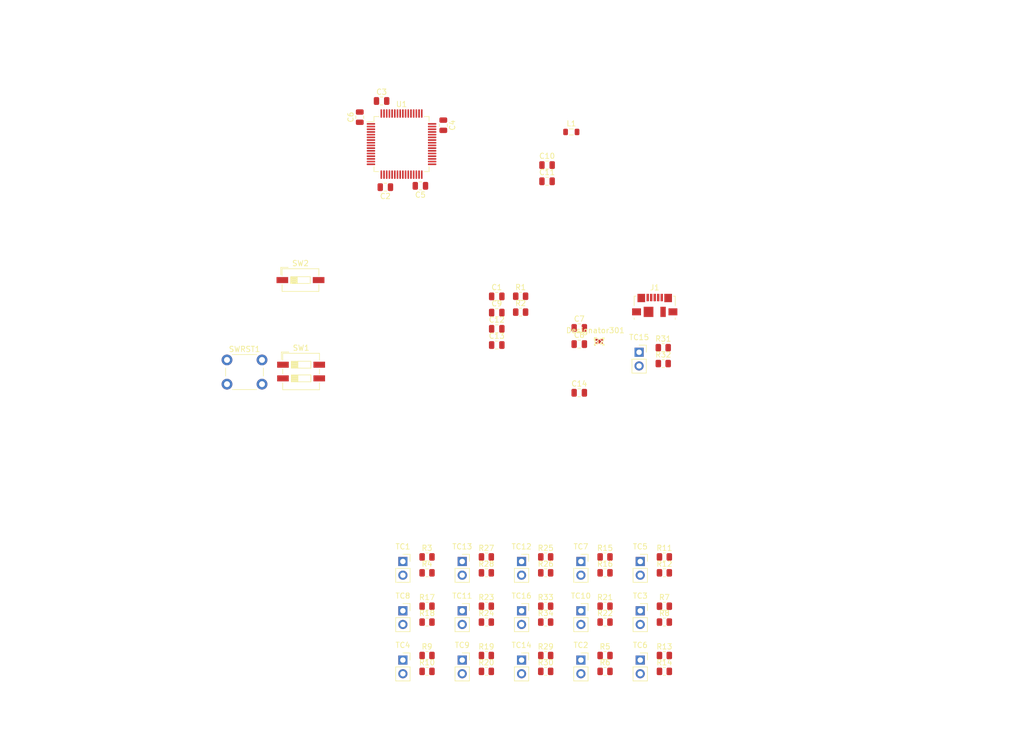
<source format=kicad_pcb>
(kicad_pcb (version 20221018) (generator pcbnew)
  (layers (0 "F.Cu" signal) (1 "In1.Cu" power "F.VSS") (2 "In2.Cu" power "B.VSS") (31 "B.Cu" signal) (34 "B.Paste" user) (35 "F.Paste" user) (36 "B.SilkS" user "B.Silkscreen") (37 "F.SilkS" user "F.Silkscreen") (38 "B.Mask" user) (39 "F.Mask" user) (44 "Edge.Cuts" user))
  (net 0 "")
  (net 1 "Net-(U1-VCAP1)")
  (net 2 "VSS")
  (net 3 "VDD")
  (net 4 "VBUS")
  (net 5 "Net-(U1-NRST)")
  (net 6 "VDDA")
  (net 7 "Net-(U1-PH0)")
  (net 8 "Net-(U1-PH1)")
  (net 9 "Net-(U2-EN)")
  (net 10 "/MCU/USB_D-")
  (net 11 "/MCU/USB_D+")
  (net 12 "/MCU/USB_ID")
  (net 14 "Net-(R1-Pad1)")
  (net 15 "BOOT0")
  (net 16 "Net-(R2-Pad1)")
  (net 17 "BOOT1")
  (net 18 "/MCU/ADC_IN0")
  (net 19 "VSSA")
  (net 20 "Net-(TC1-+)")
  (net 21 "/MCU/ADC_IN1")
  (net 22 "Net-(TC2-+)")
  (net 23 "/MCU/ADC_IN2")
  (net 24 "Net-(TC3-+)")
  (net 25 "/MCU/ADC_IN3")
  (net 26 "Net-(TC4-+)")
  (net 27 "/MCU/ADC_IN4")
  (net 28 "Net-(TC5-+)")
  (net 29 "/MCU/ADC_IN5")
  (net 30 "Net-(TC6-+)")
  (net 31 "/MCU/ADC_IN6")
  (net 32 "Net-(TC7-+)")
  (net 33 "/MCU/ADC_IN7")
  (net 34 "Net-(TC8-+)")
  (net 35 "/MCU/ADC_IN8")
  (net 36 "Net-(TC9-+)")
  (net 37 "/MCU/ADC_IN9")
  (net 38 "Net-(TC10-+)")
  (net 39 "/MCU/ADC_IN10")
  (net 40 "Net-(TC11-+)")
  (net 41 "/MCU/ADC_IN11")
  (net 42 "Net-(TC12-+)")
  (net 43 "/MCU/ADC_IN12")
  (net 44 "Net-(TC13-+)")
  (net 45 "/MCU/ADC_IN13")
  (net 46 "Net-(TC14-+)")
  (net 47 "/MCU/ADC_IN14")
  (net 48 "Net-(TC15-+)")
  (net 49 "/MCU/ADC_IN15")
  (net 50 "Net-(TC16-+)")
  (footprint "Connector_PinSocket_2.54mm:PinSocket_1x02_P2.54mm_Vertical" (layer "F.Cu") (at 131.77 147.55)
    (fp_text reference "TC14" (at 0 -2.77) (layer "F.SilkS"))
    (fp_text value "0-60V")
    (pad "1" thru_hole rect (at 0 0) (size 1.7 1.7) (drill 1) (layers "*.Cu" "*.Mask") (net 46 "Net-(TC14-+)"))
    (pad "2" thru_hole oval (at 0 2.54) (size 1.7 1.7) (drill 1) (layers "*.Cu" "*.Mask") (net 19 "VSSA"))
  )
  (footprint "Resistor_SMD:R_0805_2012Metric" (layer "F.Cu") (at 125.24 140.5)
    (fp_text reference "R24" (at 0 -1.65) (layer "F.SilkS"))
    (fp_text value "10kR")
    (pad "1" smd roundrect (at -0.9125 0) (size 1.025 1.4) (layers "F.Cu" "F.Paste" "F.Mask") (roundrect_rratio 0.243902) (net 40 "Net-(TC11-+)"))
    (pad "2" smd roundrect (at 0.9125 0) (size 1.025 1.4) (layers "F.Cu" "F.Paste" "F.Mask") (roundrect_rratio 0.243902) (net 39 "/MCU/ADC_IN10"))
  )
  (footprint "Resistor_SMD:R_0805_2012Metric" (layer "F.Cu") (at 125.24 137.55)
    (fp_text reference "R23" (at 0 -1.65) (layer "F.SilkS"))
    (fp_text value "10kR")
    (pad "1" smd roundrect (at -0.9125 0) (size 1.025 1.4) (layers "F.Cu" "F.Paste" "F.Mask") (roundrect_rratio 0.243902) (net 39 "/MCU/ADC_IN10"))
    (pad "2" smd roundrect (at 0.9125 0) (size 1.025 1.4) (layers "F.Cu" "F.Paste" "F.Mask") (roundrect_rratio 0.243902) (net 19 "VSSA"))
  )
  (footprint "Capacitor_SMD:C_0805_2012Metric" (layer "F.Cu") (at 142.4775 97.92)
    (fp_text reference "C14" (at 0 -1.68) (layer "F.SilkS"))
    (fp_text value "0u1F")
    (pad "1" smd roundrect (at -0.95 0) (size 1 1.45) (layers "F.Cu" "F.Paste" "F.Mask") (net 9 "Net-(U2-EN)"))
    (pad "2" smd roundrect (at 0.95 0) (size 1 1.45) (layers "F.Cu" "F.Paste" "F.Mask") (net 2 "VSS"))
  )
  (footprint "Connector_PinSocket_2.54mm:PinSocket_1x02_P2.54mm_Vertical" (layer "F.Cu") (at 153.79 147.55)
    (fp_text reference "TC6" (at 0 -2.77) (layer "F.SilkS"))
    (fp_text value "0-60V")
    (pad "1" thru_hole rect (at 0 0) (size 1.7 1.7) (drill 1) (layers "*.Cu" "*.Mask") (net 30 "Net-(TC6-+)"))
    (pad "2" thru_hole oval (at 0 2.54) (size 1.7 1.7) (drill 1) (layers "*.Cu" "*.Mask") (net 19 "VSSA"))
  )
  (footprint "Resistor_SMD:R_0805_2012Metric" (layer "F.Cu") (at 114.23 128.4)
    (fp_text reference "R3" (at 0 -1.65) (layer "F.SilkS"))
    (fp_text value "10kR")
    (pad "1" smd roundrect (at -0.9125 0) (size 1.025 1.4) (layers "F.Cu" "F.Paste" "F.Mask") (roundrect_rratio 0.243902) (net 18 "/MCU/ADC_IN0"))
    (pad "2" smd roundrect (at 0.9125 0) (size 1.025 1.4) (layers "F.Cu" "F.Paste" "F.Mask") (roundrect_rratio 0.243902) (net 19 "VSSA"))
  )
  (footprint "Capacitor_SMD:C_0805_2012Metric" (layer "F.Cu") (at 127.1675 86.05)
    (fp_text reference "C12" (at 0 -1.68) (layer "F.SilkS"))
    (fp_text value "CL1")
    (pad "1" smd roundrect (at -0.95 0) (size 1 1.45) (layers "F.Cu" "F.Paste" "F.Mask") (net 7 "Net-(U1-PH0)"))
    (pad "2" smd roundrect (at 0.95 0) (size 1 1.45) (layers "F.Cu" "F.Paste" "F.Mask") (net 2 "VSS"))
  )
  (footprint "Resistor_SMD:R_0805_2012Metric" (layer "F.Cu") (at 158.27 137.55)
    (fp_text reference "R7" (at 0 -1.65) (layer "F.SilkS"))
    (fp_text value "10kR")
    (pad "1" smd roundrect (at -0.9125 0) (size 1.025 1.4) (layers "F.Cu" "F.Paste" "F.Mask") (roundrect_rratio 0.243902) (net 23 "/MCU/ADC_IN2"))
    (pad "2" smd roundrect (at 0.9125 0) (size 1.025 1.4) (layers "F.Cu" "F.Paste" "F.Mask") (roundrect_rratio 0.243902) (net 19 "VSSA"))
  )
  (footprint "Button_Switch_SMD:SW_DIP_SPSTx02_Slide_6.7x6.64mm_W6.73mm_P2.54mm_LowProfile_JPin" (layer "F.Cu") (at 90.865 93.98)
    (fp_text reference "SW1" (at 0 -4.38) (layer "F.SilkS"))
    (fp_text value "SW_DIP_x02")
    (pad "1" smd rect (at -3.365 -1.27) (size 2.16 1.12) (layers "F.Cu" "F.Paste" "F.Mask") (net 3 "VDD"))
    (pad "2" smd rect (at -3.365 1.27) (size 2.16 1.12) (layers "F.Cu" "F.Paste" "F.Mask") (net 3 "VDD"))
    (pad "3" smd rect (at 3.365 1.27) (size 2.16 1.12) (layers "F.Cu" "F.Paste" "F.Mask") (net 16 "Net-(R2-Pad1)"))
    (pad "4" smd rect (at 3.365 -1.27) (size 2.16 1.12) (layers "F.Cu" "F.Paste" "F.Mask") (net 14 "Net-(R1-Pad1)"))
  )
  (footprint "Connector_USB:USB_Micro-B_Molex_47346-0001" (layer "F.Cu") (at 156.4775 81.7)
    (fp_text reference "J1" (at 0 -3.3 180) (layer "F.SilkS"))
    (fp_text value "USB_B_Micro")
    (pad "1" smd rect (at -1.3 -1.46) (size 0.45 1.38) (layers "F.Cu" "F.Paste" "F.Mask") (net 4 "VBUS"))
    (pad "2" smd rect (at -0.65 -1.46) (size 0.45 1.38) (layers "F.Cu" "F.Paste" "F.Mask") (net 10 "/MCU/USB_D-"))
    (pad "3" smd rect (at 0 -1.46) (size 0.45 1.38) (layers "F.Cu" "F.Paste" "F.Mask") (net 11 "/MCU/USB_D+"))
    (pad "4" smd rect (at 0.65 -1.46) (size 0.45 1.38) (layers "F.Cu" "F.Paste" "F.Mask") (net 12 "/MCU/USB_ID"))
    (pad "5" smd rect (at 1.3 -1.46) (size 0.45 1.38) (layers "F.Cu" "F.Paste" "F.Mask") (net 2 "VSS"))
    (pad "6" smd rect (at -3.375 1.2) (size 1.65 1.3) (layers "F.Cu" "F.Paste" "F.Mask"))
    (pad "6" smd rect (at -2.4875 -1.375) (size 1.425 1.55) (layers "F.Cu" "F.Paste" "F.Mask"))
    (pad "6" smd rect (at -1.15 1.2) (size 1.8 1.9) (layers "F.Cu" "F.Paste" "F.Mask"))
    (pad "6" smd rect (at 1.55 1.2) (size 1 1.9) (layers "F.Cu" "F.Paste" "F.Mask"))
    (pad "6" smd rect (at 2.4875 -1.375) (size 1.425 1.55) (layers "F.Cu" "F.Paste" "F.Mask"))
    (pad "6" smd rect (at 3.375 1.2) (size 1.65 1.3) (layers "F.Cu" "F.Paste" "F.Mask"))
  )
  (footprint "Resistor_SMD:R_0805_2012Metric" (layer "F.Cu") (at 158.0575 89.55)
    (fp_text reference "R31" (at 0 -1.65) (layer "F.SilkS"))
    (fp_text value "10kR")
    (pad "1" smd roundrect (at -0.9125 0) (size 1.025 1.4) (layers "F.Cu" "F.Paste" "F.Mask") (roundrect_rratio 0.243902) (net 47 "/MCU/ADC_IN14"))
    (pad "2" smd roundrect (at 0.9125 0) (size 1.025 1.4) (layers "F.Cu" "F.Paste" "F.Mask") (roundrect_rratio 0.243902) (net 19 "VSSA"))
  )
  (footprint "Capacitor_SMD:C_0805_2012Metric" (layer "F.Cu") (at 136.5 55.65)
    (fp_text reference "C10" (at 0 -1.68) (layer "F.SilkS"))
    (fp_text value "1uF")
    (pad "1" smd roundrect (at -0.95 0) (size 1 1.45) (layers "F.Cu" "F.Paste" "F.Mask") (net 6 "VDDA"))
    (pad "2" smd roundrect (at 0.95 0) (size 1 1.45) (layers "F.Cu" "F.Paste" "F.Mask") (net 2 "VSS"))
  )
  (footprint "Resistor_SMD:R_0805_2012Metric" (layer "F.Cu") (at 136.25 137.55)
    (fp_text reference "R33" (at 0 -1.65) (layer "F.SilkS"))
    (fp_text value "10kR")
    (pad "1" smd roundrect (at -0.9125 0) (size 1.025 1.4) (layers "F.Cu" "F.Paste" "F.Mask") (roundrect_rratio 0.243902) (net 49 "/MCU/ADC_IN15"))
    (pad "2" smd roundrect (at 0.9125 0) (size 1.025 1.4) (layers "F.Cu" "F.Paste" "F.Mask") (roundrect_rratio 0.243902) (net 19 "VSSA"))
  )
  (footprint "Resistor_SMD:R_0805_2012Metric" (layer "F.Cu") (at 136.25 146.7)
    (fp_text reference "R29" (at 0 -1.65) (layer "F.SilkS"))
    (fp_text value "10kR")
    (pad "1" smd roundrect (at -0.9125 0) (size 1.025 1.4) (layers "F.Cu" "F.Paste" "F.Mask") (roundrect_rratio 0.243902) (net 45 "/MCU/ADC_IN13"))
    (pad "2" smd roundrect (at 0.9125 0) (size 1.025 1.4) (layers "F.Cu" "F.Paste" "F.Mask") (roundrect_rratio 0.243902) (net 19 "VSSA"))
  )
  (footprint "Connector_PinSocket_2.54mm:PinSocket_1x02_P2.54mm_Vertical" (layer "F.Cu") (at 153.5775 90.4)
    (fp_text reference "TC15" (at 0 -2.77) (layer "F.SilkS"))
    (fp_text value "0-60V")
    (pad "1" thru_hole rect (at 0 0) (size 1.7 1.7) (drill 1) (layers "*.Cu" "*.Mask") (net 48 "Net-(TC15-+)"))
    (pad "2" thru_hole oval (at 0 2.54) (size 1.7 1.7) (drill 1) (layers "*.Cu" "*.Mask") (net 19 "VSSA"))
  )
  (footprint "Resistor_SMD:R_0805_2012Metric" (layer "F.Cu") (at 147.26 149.65)
    (fp_text reference "R6" (at 0 -1.65) (layer "F.SilkS"))
    (fp_text value "10kR")
    (pad "1" smd roundrect (at -0.9125 0) (size 1.025 1.4) (layers "F.Cu" "F.Paste" "F.Mask") (roundrect_rratio 0.243902) (net 22 "Net-(TC2-+)"))
    (pad "2" smd roundrect (at 0.9125 0) (size 1.025 1.4) (layers "F.Cu" "F.Paste" "F.Mask") (roundrect_rratio 0.243902) (net 21 "/MCU/ADC_IN1"))
  )
  (footprint "Resistor_SMD:R_0805_2012Metric" (layer "F.Cu") (at 114.23 137.55)
    (fp_text reference "R17" (at 0 -1.65) (layer "F.SilkS"))
    (fp_text value "10kR")
    (pad "1" smd roundrect (at -0.9125 0) (size 1.025 1.4) (layers "F.Cu" "F.Paste" "F.Mask") (roundrect_rratio 0.243902) (net 33 "/MCU/ADC_IN7"))
    (pad "2" smd roundrect (at 0.9125 0) (size 1.025 1.4) (layers "F.Cu" "F.Paste" "F.Mask") (roundrect_rratio 0.243902) (net 19 "VSSA"))
  )
  (footprint "Resistor_SMD:R_0805_2012Metric" (layer "F.Cu") (at 147.26 137.55)
    (fp_text reference "R21" (at 0 -1.65) (layer "F.SilkS"))
    (fp_text value "10kR")
    (pad "1" smd roundrect (at -0.9125 0) (size 1.025 1.4) (layers "F.Cu" "F.Paste" "F.Mask") (roundrect_rratio 0.243902) (net 37 "/MCU/ADC_IN9"))
    (pad "2" smd roundrect (at 0.9125 0) (size 1.025 1.4) (layers "F.Cu" "F.Paste" "F.Mask") (roundrect_rratio 0.243902) (net 19 "VSSA"))
  )
  (footprint "Capacitor_SMD:C_0805_2012Metric" (layer "F.Cu") (at 106.5 59.75 180)
    (fp_text reference "C2" (at 0 -1.68) (layer "F.SilkS"))
    (fp_text value "4u7F")
    (pad "1" smd roundrect (at -0.95 0 180) (size 1 1.45) (layers "F.Cu" "F.Paste" "F.Mask") (net 3 "VDD"))
    (pad "2" smd roundrect (at 0.95 0 180) (size 1 1.45) (layers "F.Cu" "F.Paste" "F.Mask") (net 2 "VSS"))
  )
  (footprint "Resistor_SMD:R_0805_2012Metric" (layer "F.Cu") (at 131.5975 80)
    (fp_text reference "R1" (at 0 -1.65) (layer "F.SilkS"))
    (fp_text value "10kR")
    (pad "1" smd roundrect (at -0.9125 0) (size 1.025 1.4) (layers "F.Cu" "F.Paste" "F.Mask") (roundrect_rratio 0.243902) (net 14 "Net-(R1-Pad1)"))
    (pad "2" smd roundrect (at 0.9125 0) (size 1.025 1.4) (layers "F.Cu" "F.Paste" "F.Mask") (roundrect_rratio 0.243902) (net 15 "BOOT0"))
  )
  (footprint "Connector_PinSocket_2.54mm:PinSocket_1x02_P2.54mm_Vertical" (layer "F.Cu") (at 120.76 129.25)
    (fp_text reference "TC13" (at 0 -2.77) (layer "F.SilkS"))
    (fp_text value "0-60V")
    (pad "1" thru_hole rect (at 0 0) (size 1.7 1.7) (drill 1) (layers "*.Cu" "*.Mask") (net 44 "Net-(TC13-+)"))
    (pad "2" thru_hole oval (at 0 2.54) (size 1.7 1.7) (drill 1) (layers "*.Cu" "*.Mask") (net 19 "VSSA"))
  )
  (footprint "Resistor_SMD:R_0805_2012Metric" (layer "F.Cu") (at 158.27 146.7)
    (fp_text reference "R13" (at 0 -1.65) (layer "F.SilkS"))
    (fp_text value "10kR")
    (pad "1" smd roundrect (at -0.9125 0) (size 1.025 1.4) (layers "F.Cu" "F.Paste" "F.Mask") (roundrect_rratio 0.243902) (net 29 "/MCU/ADC_IN5"))
    (pad "2" smd roundrect (at 0.9125 0) (size 1.025 1.4) (layers "F.Cu" "F.Paste" "F.Mask") (roundrect_rratio 0.243902) (net 19 "VSSA"))
  )
  (footprint "Resistor_SMD:R_0805_2012Metric" (layer "F.Cu") (at 131.5975 82.95)
    (fp_text reference "R2" (at 0 -1.65) (layer "F.SilkS"))
    (fp_text value "10kR")
    (pad "1" smd roundrect (at -0.9125 0) (size 1.025 1.4) (layers "F.Cu" "F.Paste" "F.Mask") (roundrect_rratio 0.243902) (net 16 "Net-(R2-Pad1)"))
    (pad "2" smd roundrect (at 0.9125 0) (size 1.025 1.4) (layers "F.Cu" "F.Paste" "F.Mask") (roundrect_rratio 0.243902) (net 17 "BOOT1"))
  )
  (footprint "Connector_PinSocket_2.54mm:PinSocket_1x02_P2.54mm_Vertical" (layer "F.Cu") (at 142.78 129.25)
    (fp_text reference "TC7" (at 0 -2.77) (layer "F.SilkS"))
    (fp_text value "0-60V")
    (pad "1" thru_hole rect (at 0 0) (size 1.7 1.7) (drill 1) (layers "*.Cu" "*.Mask") (net 32 "Net-(TC7-+)"))
    (pad "2" thru_hole oval (at 0 2.54) (size 1.7 1.7) (drill 1) (layers "*.Cu" "*.Mask") (net 19 "VSSA"))
  )
  (footprint "Resistor_SMD:R_0805_2012Metric" (layer "F.Cu") (at 114.23 131.35)
    (fp_text reference "R4" (at 0 -1.65) (layer "F.SilkS"))
    (fp_text value "10kR")
    (pad "1" smd roundrect (at -0.9125 0) (size 1.025 1.4) (layers "F.Cu" "F.Paste" "F.Mask") (roundrect_rratio 0.243902) (net 20 "Net-(TC1-+)"))
    (pad "2" smd roundrect (at 0.9125 0) (size 1.025 1.4) (layers "F.Cu" "F.Paste" "F.Mask") (roundrect_rratio 0.243902) (net 18 "/MCU/ADC_IN0"))
  )
  (footprint "Connector_PinSocket_2.54mm:PinSocket_1x02_P2.54mm_Vertical" (layer "F.Cu") (at 153.79 129.25)
    (fp_text reference "TC5" (at 0 -2.77) (layer "F.SilkS"))
    (fp_text value "0-60V")
    (pad "1" thru_hole rect (at 0 0) (size 1.7 1.7) (drill 1) (layers "*.Cu" "*.Mask") (net 28 "Net-(TC5-+)"))
    (pad "2" thru_hole oval (at 0 2.54) (size 1.7 1.7) (drill 1) (layers "*.Cu" "*.Mask") (net 19 "VSSA"))
  )
  (footprint "Connector_PinSocket_2.54mm:PinSocket_1x02_P2.54mm_Vertical" (layer "F.Cu") (at 109.75 138.4)
    (fp_text reference "TC8" (at 0 -2.77) (layer "F.SilkS"))
    (fp_text value "0-60V")
    (pad "1" thru_hole rect (at 0 0) (size 1.7 1.7) (drill 1) (layers "*.Cu" "*.Mask") (net 34 "Net-(TC8-+)"))
    (pad "2" thru_hole oval (at 0 2.54) (size 1.7 1.7) (drill 1) (layers "*.Cu" "*.Mask") (net 19 "VSSA"))
  )
  (footprint "Resistor_SMD:R_0805_2012Metric" (layer "F.Cu") (at 158.27 128.4)
    (fp_text reference "R11" (at 0 -1.65) (layer "F.SilkS"))
    (fp_text value "10kR")
    (pad "1" smd roundrect (at -0.9125 0) (size 1.025 1.4) (layers "F.Cu" "F.Paste" "F.Mask") (roundrect_rratio 0.243902) (net 27 "/MCU/ADC_IN4"))
    (pad "2" smd roundrect (at 0.9125 0) (size 1.025 1.4) (layers "F.Cu" "F.Paste" "F.Mask") (roundrect_rratio 0.243902) (net 19 "VSSA"))
  )
  (footprint "Resistor_SMD:R_0805_2012Metric" (layer "F.Cu") (at 136.25 131.35)
    (fp_text reference "R26" (at 0 -1.65) (layer "F.SilkS"))
    (fp_text value "10kR")
    (pad "1" smd roundrect (at -0.9125 0) (size 1.025 1.4) (layers "F.Cu" "F.Paste" "F.Mask") (roundrect_rratio 0.243902) (net 42 "Net-(TC12-+)"))
    (pad "2" smd roundrect (at 0.9125 0) (size 1.025 1.4) (layers "F.Cu" "F.Paste" "F.Mask") (roundrect_rratio 0.243902) (net 41 "/MCU/ADC_IN11"))
  )
  (footprint "Resistor_SMD:R_0805_2012Metric" (layer "F.Cu") (at 125.24 128.4)
    (fp_text reference "R27" (at 0 -1.65) (layer "F.SilkS"))
    (fp_text value "10kR")
    (pad "1" smd roundrect (at -0.9125 0) (size 1.025 1.4) (layers "F.Cu" "F.Paste" "F.Mask") (roundrect_rratio 0.243902) (net 43 "/MCU/ADC_IN12"))
    (pad "2" smd roundrect (at 0.9125 0) (size 1.025 1.4) (layers "F.Cu" "F.Paste" "F.Mask") (roundrect_rratio 0.243902) (net 19 "VSSA"))
  )
  (footprint "Resistor_SMD:R_0805_2012Metric" (layer "F.Cu") (at 136.25 128.4)
    (fp_text reference "R25" (at 0 -1.65) (layer "F.SilkS"))
    (fp_text value "10kR")
    (pad "1" smd roundrect (at -0.9125 0) (size 1.025 1.4) (layers "F.Cu" "F.Paste" "F.Mask") (roundrect_rratio 0.243902) (net 41 "/MCU/ADC_IN11"))
    (pad "2" smd roundrect (at 0.9125 0) (size 1.025 1.4) (layers "F.Cu" "F.Paste" "F.Mask") (roundrect_rratio 0.243902) (net 19 "VSSA"))
  )
  (footprint "Capacitor_SMD:C_0805_2012Metric" (layer "F.Cu") (at 142.4775 85.88)
    (fp_text reference "C7" (at 0 -1.68) (layer "F.SilkS"))
    (fp_text value "1uF")
    (pad "1" smd roundrect (at -0.95 0) (size 1 1.45) (layers "F.Cu" "F.Paste" "F.Mask") (net 3 "VDD"))
    (pad "2" smd roundrect (at 0.95 0) (size 1 1.45) (layers "F.Cu" "F.Paste" "F.Mask") (net 2 "VSS"))
  )
  (footprint "Capacitor_SMD:C_0805_2012Metric" (layer "F.Cu") (at 142.4775 88.89)
    (fp_text reference "C8" (at 0 -1.68) (layer "F.SilkS"))
    (fp_text value "1uF")
    (pad "1" smd roundrect (at -0.95 0) (size 1 1.45) (layers "F.Cu" "F.Paste" "F.Mask") (net 2 "VSS"))
    (pad "2" smd roundrect (at 0.95 0) (size 1 1.45) (layers "F.Cu" "F.Paste" "F.Mask") (net 4 "VBUS"))
  )
  (footprint "Resistor_SMD:R_0805_2012Metric" (layer "F.Cu") (at 136.25 140.5)
    (fp_text reference "R34" (at 0 -1.65) (layer "F.SilkS"))
    (fp_text value "10kR")
    (pad "1" smd roundrect (at -0.9125 0) (size 1.025 1.4) (layers "F.Cu" "F.Paste" "F.Mask") (roundrect_rratio 0.243902) (net 50 "Net-(TC16-+)"))
    (pad "2" smd roundrect (at 0.9125 0) (size 1.025 1.4) (layers "F.Cu" "F.Paste" "F.Mask") (roundrect_rratio 0.243902) (net 49 "/MCU/ADC_IN15"))
  )
  (footprint "Connector_PinSocket_2.54mm:PinSocket_1x02_P2.54mm_Vertical" (layer "F.Cu") (at 142.78 147.55)
    (fp_text reference "TC2" (at 0 -2.77) (layer "F.SilkS"))
    (fp_text value "0-60V")
    (pad "1" thru_hole rect (at 0 0) (size 1.7 1.7) (drill 1) (layers "*.Cu" "*.Mask") (net 22 "Net-(TC2-+)"))
    (pad "2" thru_hole oval (at 0 2.54) (size 1.7 1.7) (drill 1) (layers "*.Cu" "*.Mask") (net 19 "VSSA"))
  )
  (footprint "Button_Switch_SMD:SW_DIP_SPSTx01_Slide_6.7x4.1mm_W6.73mm_P2.54mm_LowProfile_JPin" (layer "F.Cu") (at 90.75 77)
    (fp_text reference "SW2" (at 0 -3.11) (layer "F.SilkS"))
    (fp_text value "SW_DIP_x01")
    (pad "1" smd rect (at -3.365 0) (size 2.16 1.12) (layers "F.Cu" "F.Paste" "F.Mask") (net 4 "VBUS"))
    (pad "2" smd rect (at 3.365 0) (size 2.16 1.12) (layers "F.Cu" "F.Paste" "F.Mask") (net 9 "Net-(U2-EN)"))
  )
  (footprint "Connector_PinSocket_2.54mm:PinSocket_1x02_P2.54mm_Vertical" (layer "F.Cu") (at 109.75 129.25)
    (fp_text reference "TC1" (at 0 -2.77) (layer "F.SilkS"))
    (fp_text value "0-60V")
    (pad "1" thru_hole rect (at 0 0) (size 1.7 1.7) (drill 1) (layers "*.Cu" "*.Mask") (net 20 "Net-(TC1-+)"))
    (pad "2" thru_hole oval (at 0 2.54) (size 1.7 1.7) (drill 1) (layers "*.Cu" "*.Mask") (net 19 "VSSA"))
  )
  (footprint "Resistor_SMD:R_0805_2012Metric" (layer "F.Cu") (at 158.27 140.5)
    (fp_text reference "R8" (at 0 -1.65) (layer "F.SilkS"))
    (fp_text value "10kR")
    (pad "1" smd roundrect (at -0.9125 0) (size 1.025 1.4) (layers "F.Cu" "F.Paste" "F.Mask") (roundrect_rratio 0.243902) (net 24 "Net-(TC3-+)"))
    (pad "2" smd roundrect (at 0.9125 0) (size 1.025 1.4) (layers "F.Cu" "F.Paste" "F.Mask") (roundrect_rratio 0.243902) (net 23 "/MCU/ADC_IN2"))
  )
  (footprint "local:DQN0004A" (layer "F.Cu") (at 146.171081 88.410099)
    (fp_text reference "U2" (at 0 0 unlocked) (layer "F.SilkS"))
    (fp_text value "TLV75533PDQNR")
    (fp_text user "Designator301" (at -0.7112 -2.0574 unlocked) (layer "F.SilkS"))
    (fp_poly (pts (xy -0.659999 -0.480002) (xy -0.2 -0.480002) (xy -0.2 -0.379285) (xy -0.409283 -0.170002) (xy -0.659999 -0.170002)) (fill solid) (layer "F.Cu"))
    (fp_poly (pts (xy -0.659999 0.480002) (xy -0.2 0.480002) (xy -0.2 0.379285) (xy -0.409283 0.170002) (xy -0.659999 0.170002)) (fill solid) (layer "F.Cu"))
    (fp_poly (pts (xy 0.659999 -0.480002) (xy 0.2 -0.480002) (xy 0.2 -0.379285) (xy 0.409283 -0.170002) (xy 0.659999 -0.170002)) (fill solid) (layer "F.Cu"))
    (fp_poly (pts (xy 0.659999 0.480002) (xy 0.2 0.480002) (xy 0.2 0.379285) (xy 0.409283 0.170002) (xy 0.659999 0.170002)) (fill solid) (layer "F.Cu"))
    (pad "1" smd rect (at -0.534998 -0.325001) (size 0.249999 0.309999) (layers "F.Cu") (net 3 "VDD"))
    (pad "2" smd rect (at -0.534998 0.325003) (size 0.249999 0.309999) (layers "F.Cu") (net 2 "VSS"))
    (pad "3" smd rect (at 0.534998 0.325003) (size 0.249999 0.309999) (layers "F.Cu") (net 9 "Net-(U2-EN)"))
    (pad "4" smd rect (at 0.534998 -0.325003) (size 0.249999 0.309999) (layers "F.Cu") (net 4 "VBUS"))
    (pad "5" smd rect (at 0 0 45) (size 0.579999 0.579999) (layers "F.Cu" "F.Paste" "F.Mask") (net 2 "VSS"))
  )
  (footprint "Resistor_SMD:R_0805_2012Metric" (layer "F.Cu") (at 158.27 149.65)
    (fp_text reference "R14" (at 0 -1.65) (layer "F.SilkS"))
    (fp_text value "10kR")
    (pad "1" smd roundrect (at -0.9125 0) (size 1.025 1.4) (layers "F.Cu" "F.Paste" "F.Mask") (roundrect_rratio 0.243902) (net 30 "Net-(TC6-+)"))
    (pad "2" smd roundrect (at 0.9125 0) (size 1.025 1.4) (layers "F.Cu" "F.Paste" "F.Mask") (roundrect_rratio 0.243902) (net 29 "/MCU/ADC_IN5"))
  )
  (footprint "Resistor_SMD:R_0805_2012Metric" (layer "F.Cu") (at 114.23 149.65)
    (fp_text reference "R10" (at 0 -1.65) (layer "F.SilkS"))
    (fp_text value "10kR")
    (pad "1" smd roundrect (at -0.9125 0) (size 1.025 1.4) (layers "F.Cu" "F.Paste" "F.Mask") (roundrect_rratio 0.243902) (net 26 "Net-(TC4-+)"))
    (pad "2" smd roundrect (at 0.9125 0) (size 1.025 1.4) (layers "F.Cu" "F.Paste" "F.Mask") (roundrect_rratio 0.243902) (net 25 "/MCU/ADC_IN3"))
  )
  (footprint "Resistor_SMD:R_0805_2012Metric" (layer "F.Cu") (at 147.26 146.7)
    (fp_text reference "R5" (at 0 -1.65) (layer "F.SilkS"))
    (fp_text value "10kR")
    (pad "1" smd roundrect (at -0.9125 0) (size 1.025 1.4) (layers "F.Cu" "F.Paste" "F.Mask") (roundrect_rratio 0.243902) (net 21 "/MCU/ADC_IN1"))
    (pad "2" smd roundrect (at 0.9125 0) (size 1.025 1.4) (layers "F.Cu" "F.Paste" "F.Mask") (roundrect_rratio 0.243902) (net 19 "VSSA"))
  )
  (footprint "Connector_PinSocket_2.54mm:PinSocket_1x02_P2.54mm_Vertical" (layer "F.Cu") (at 120.76 147.55)
    (fp_text reference "TC9" (at 0 -2.77) (layer "F.SilkS"))
    (fp_text value "0-60V")
    (pad "1" thru_hole rect (at 0 0) (size 1.7 1.7) (drill 1) (layers "*.Cu" "*.Mask") (net 36 "Net-(TC9-+)"))
    (pad "2" thru_hole oval (at 0 2.54) (size 1.7 1.7) (drill 1) (layers "*.Cu" "*.Mask") (net 19 "VSSA"))
  )
  (footprint "Capacitor_SMD:C_0805_2012Metric" (layer "F.Cu") (at 127.1675 80.03)
    (fp_text reference "C1" (at 0 -1.68) (layer "F.SilkS"))
    (fp_text value "2u2F")
    (pad "1" smd roundrect (at -0.95 0) (size 1 1.45) (layers "F.Cu" "F.Paste" "F.Mask") (net 1 "Net-(U1-VCAP1)"))
    (pad "2" smd roundrect (at 0.95 0) (size 1 1.45) (layers "F.Cu" "F.Paste" "F.Mask") (net 2 "VSS"))
  )
  (footprint "Connector_PinSocket_2.54mm:PinSocket_1x02_P2.54mm_Vertical" (layer "F.Cu") (at 131.77 129.25)
    (fp_text reference "TC12" (at 0 -2.77) (layer "F.SilkS"))
    (fp_text value "0-60V")
    (pad "1" thru_hole rect (at 0 0) (size 1.7 1.7) (drill 1) (layers "*.Cu" "*.Mask") (net 42 "Net-(TC12-+)"))
    (pad "2" thru_hole oval (at 0 2.54) (size 1.7 1.7) (drill 1) (layers "*.Cu" "*.Mask") (net 19 "VSSA"))
  )
  (footprint "Package_QFP:LQFP-64_10x10mm_P0.5mm" (layer "F.Cu") (at 109.5 51.75)
    (fp_text reference "U1" (at 0 -7.4) (layer "F.SilkS"))
    (fp_text value "STM32F401R_B-C_Tx")
    (pad "1" smd roundrect (at -5.675 -3.75) (size 1.55 0.3) (layers "F.Cu" "F.Paste" "F.Mask") (net 3 "VDD"))
    (pad "2" smd roundrect (at -5.675 -3.25) (size 1.55 0.3) (layers "F.Cu" "F.Paste" "F.Mask"))
    (pad "3" smd roundrect (at -5.675 -2.75) (size 1.55 0.3) (layers "F.Cu" "F.Paste" "F.Mask"))
    (pad "4" smd roundrect (at -5.675 -2.25) (size 1.55 0.3) (layers "F.Cu" "F.Paste" "F.Mask"))
    (pad "5" smd roundrect (at -5.675 -1.75) (size 1.55 0.3) (layers "F.Cu" "F.Paste" "F.Mask") (net 7 "Net-(U1-PH0)"))
    (pad "6" smd roundrect (at -5.675 -1.25) (size 1.55 0.3) (layers "F.Cu" "F.Paste" "F.Mask") (net 8 "Net-(U1-PH1)"))
    (pad "7" smd roundrect (at -5.675 -0.75) (size 1.55 0.3) (layers "F.Cu" "F.Paste" "F.Mask") (net 5 "Net-(U1-NRST)"))
    (pad "8" smd roundrect (at -5.675 -0.25) (size 1.55 0.3) (layers "F.Cu" "F.Paste" "F.Mask") (net 39 "/MCU/ADC_IN10"))
    (pad "9" smd roundrect (at -5.675 0.25) (size 1.55 0.3) (layers "F.Cu" "F.Paste" "F.Mask") (net 41 "/MCU/ADC_IN11"))
    (pad "10" smd roundrect (at -5.675 0.75) (size 1.55 0.3) (layers "F.Cu" "F.Paste" "F.Mask") (net 43 "/MCU/ADC_IN12"))
    (pad "11" smd roundrect (at -5.675 1.25) (size 1.55 0.3) (layers "F.Cu" "F.Paste" "F.Mask") (net 45 "/MCU/ADC_IN13"))
    (pad "12" smd roundrect (at -5.675 1.75) (size 1.55 0.3) (layers "F.Cu" "F.Paste" "F.Mask") (net 19 "VSSA"))
    (pad "13" smd roundrect (at -5.675 2.25) (size 1.55 0.3) (layers "F.Cu" "F.Paste" "F.Mask") (net 6 "VDDA"))
    (pad "14" smd roundrect (at -5.675 2.75) (size 1.55 0.3) (layers "F.Cu" "F.Paste" "F.Mask") (net 18 "/MCU/ADC_IN0"))
    (pad "15" smd roundrect (at -5.675 3.25) (size 1.55 0.3) (layers "F.Cu" "F.Paste" "F.Mask") (net 21 "/MCU/ADC_IN1"))
    (pad "16" smd roundrect (at -5.675 3.75) (size 1.55 0.3) (layers "F.Cu" "F.Paste" "F.Mask") (net 23 "/MCU/ADC_IN2"))
    (pad "17" smd roundrect (at -3.75 5.675) (size 0.3 1.55) (layers "F.Cu" "F.Paste" "F.Mask") (net 25 "/MCU/ADC_IN3"))
    (pad "18" smd roundrect (at -3.25 5.675) (size 0.3 1.55) (layers "F.Cu" "F.Paste" "F.Mask") (net 2 "VSS"))
    (pad "19" smd roundrect (at -2.75 5.675) (size 0.3 1.55) (layers "F.Cu" "F.Paste" "F.Mask") (net 3 "VDD"))
    (pad "20" smd roundrect (at -2.25 5.675) (size 0.3 1.55) (layers "F.Cu" "F.Paste" "F.Mask") (net 27 "/MCU/ADC_IN4"))
    (pad "21" smd roundrect (at -1.75 5.675) (size 0.3 1.55) (layers "F.Cu" "F.Paste" "F.Mask") (net 29 "/MCU/ADC_IN5"))
    (pad "22" smd roundrect (at -1.25 5.675) (size 0.3 1.55) (layers "F.Cu" "F.Paste" "F.Mask") (net 31 "/MCU/ADC_IN6"))
    (pad "23" smd roundrect (at -0.75 5.675) (size 0.3 1.55) (layers "F.Cu" "F.Paste" "F.Mask") (net 33 "/MCU/ADC_IN7"))
    (pad "24" smd roundrect (at -0.25 5.675) (size 0.3 1.55) (layers "F.Cu" "F.Paste" "F.Mask") (net 47 "/MCU/ADC_IN14"))
    (pad "25" smd roundrect (at 0.25 5.675) (size 0.3 1.55) (layers "F.Cu" "F.Paste" "F.Mask") (net 49 "/MCU/ADC_IN15"))
    (pad "26" smd roundrect (at 0.75 5.675) (size 0.3 1.55) (layers "F.Cu" "F.Paste" "F.Mask") (net 35 "/MCU/ADC_IN8"))
    (pad "27" smd roundrect (at 1.25 5.675) (size 0.3 1.55) (layers "F.Cu" "F.Paste" "F.Mask") (net 37 "/MCU/ADC_IN9"))
    (pad "28" smd roundrect (at 1.75 5.675) (size 0.3 1.55) (layers "F.Cu" "F.Paste" "F.Mask") (net 17 "BOOT1"))
    (pad "29" smd roundrect (at 2.25 5.675) (size 0.3 1.55) (layers "F.Cu" "F.Paste" "F.Mask"))
    (pad "30" smd roundrect (at 2.75 5.675) (size 0.3 1.55) (layers "F.Cu" "F.Paste" "F.Mask") (net 1 "Net-(U1-VCAP1)"))
    (pad "31" smd roundrect (at 3.25 5.675) (size 0.3 1.55) (layers "F.Cu" "F.Paste" "F.Mask") (net 2 "VSS"))
    (pad "32" smd roundrect (at 3.75 5.675) (size 0.3 1.55) (layers "F.Cu" "F.Paste" "F.Mask") (net 3 "VDD"))
    (pad "33" smd roundrect (at 5.675 3.75) (size 1.55 0.3) (layers "F.Cu" "F.Paste" "F.Mask"))
    (pad "34" smd roundrect (at 5.675 3.25) (size 1.55 0.3) (layers "F.Cu" "F.Paste" "F.Mask"))
    (pad "35" smd roundrect (at 5.675 2.75) (size 1.55 0.3) (layers "F.Cu" "F.Paste" "F.Mask"))
    (pad "36" smd roundrect (at 5.675 2.25) (size 1.55 0.3) (layers "F.Cu" "F.Paste" "F.Mask"))
    (pad "37" smd roundrect (at 5.675 1.75) (size 1.55 0.3) (layers "F.Cu" "F.Paste" "F.Mask"))
    (pad "38" smd roundrect (at 5.675 1.25) (size 1.55 0.3) (layers "F.Cu" "F.Paste" "F.Mask"))
    (pad "39" smd roundrect (at 5.675 0.75) (size 1.55 0.3) (layers "F.Cu" "F.Paste" "F.Mask"))
    (pad "40" smd roundrect (at 5.675 0.25) (size 1.55 0.3) (layers "F.Cu" "F.Paste" "F.Mask"))
    (pad "41" smd roundrect (at 5.675 -0.25) (size 1.55 0.3) (layers "F.Cu" "F.Paste" "F.Mask"))
    (pad "42" smd roundrect (at 5.675 -0.75) (size 1.55 0.3) (layers "F.Cu" "F.Paste" "F.Mask"))
    (pad "43" smd roundrect (at 5.675 -1.25) (size 1.55 0.3) (layers "F.Cu" "F.Paste" "F.Mask") (net 12 "/MCU/USB_ID"))
    (pad "44" smd roundrect (at 5.675 -1.75) (size 1.55 0.3) (layers "F.Cu" "F.Paste" "F.Mask") (net 10 "/MCU/USB_D-"))
    (pad "45" smd roundrect (at 5.675 -2.25) (size 1.55 0.3) (layers "F.Cu" "F.Paste" "F.Mask") (net 11 "/MCU/USB_D+"))
    (pad "46" smd roundrect (at 5.675 -2.75) (size 1.55 0.3) (layers "F.Cu" "F.Paste" "F.Mask"))
    (pad "47" smd roundrect (at 5.675 -3.25) (size 1.55 0.3) (layers "F.Cu" "F.Paste" "F.Mask") (net 2 "VSS"))
    (pad "48" smd roundrect (at 5.675 -3.75) (size 1.55 0.3) (layers "F.Cu" "F.Paste" "F.Mask") (net 3 "VDD"))
    (pad "49" smd roundrect (at 3.75 -5.675) (size 0.3 1.55) (layers "F.Cu" "F.Paste" "F.Mask"))
    (pad "50" smd roundrect (at 3.25 -5.675) (size 0.3 1.55) (layers "F.Cu" "F.Paste" "F.Mask"))
    (pad "51" smd roundrect (at 2.75 -5.675) (size 0.3 1.55) (layers "F.Cu" "F.Paste" "F.Mask"))
    (pad "52" smd roundrect (at 2.25 -5.675) (size 0.3 1.55) (layers "F.Cu" "F.Paste" "F.Mask"))
    (pad "53" smd roundrect (at 1.75 -5.675) (size 0.3 1.55) (layers "F.Cu" "F.Paste" "F.Mask"))
    (pad "54" smd roundrect (at 1.25 -5.675) (size 0.3 1.55) (layers "F.Cu" "F.Paste" "F.Mask"))
    (pad "55" smd roundrect (at 0.75 -5.675) (size 0.3 1.55) (layers "F.Cu" "F.Paste" "F.Mask"))
    (pad "56" smd roundrect (at 0.25 -5.675) (size 0.3 1.55) (layers "F.Cu" "F.Paste" "F.Mask"))
    (pad "57" smd roundrect (at -0.25 -5.675) (size 0.3 1.55) (layers "F.Cu" "F.Paste" "F.Mask"))
    (pad "58" smd roundrect (at -0.75 -5.675) (size 0.3 1.55) (layers "F.Cu" "F.Paste" "F.Mask"))
    (pad "59" smd roundrect (at -1.25 -5.675) (size 0.3 1.55) (layers "F.Cu" "F.Paste" "F.Mask"))
    (pad "60" smd roundrect (at -1.75 -5.675) (size 0.3 1.55) (layers "F.Cu" "F.Paste" "F.Mask") (net 15 "BOOT0"))
    (pad "61" smd roundrect (at -2.25 -5.675) (size 0.3 1.55) (layers "F.Cu" "F.Paste" "F.Mask"))
    (pad "62" smd roundrect (at -2.75 -5.675) (size 0.3 1.55) (layers "F.Cu" "F.Paste" "F.Mask"))
    (pad "63" smd roundrect (at -3.25 -5.675) (size 0.3 1.55) (layers "F.Cu" "F.Paste" "F.Mask") (net 2 "VSS"))
    (pad "64" smd roundrect (at -3.75 -5.675) (size 0.3 1.55) (layers "F.Cu" "F.Paste" "F.Mask") (net 3 "VDD"))
  )
  (footprint "Resistor_SMD:R_0805_2012Metric" (layer "F.Cu") (at 114.23 140.5)
    (fp_text reference "R18" (at 0 -1.65) (layer "F.SilkS"))
    (fp_text value "10kR")
    (pad "1" smd roundrect (at -0.9125 0) (size 1.025 1.4) (layers "F.Cu" "F.Paste" "F.Mask") (roundrect_rratio 0.243902) (net 34 "Net-(TC8-+)"))
    (pad "2" smd roundrect (at 0.9125 0) (size 1.025 1.4) (layers "F.Cu" "F.Paste" "F.Mask") (roundrect_rratio 0.243902) (net 33 "/MCU/ADC_IN7"))
  )
  (footprint "Inductor_SMD:L_0805_2012Metric" (layer "F.Cu") (at 141 49.5)
    (fp_text reference "L1" (at 0 -1.55) (layer "F.SilkS"))
    (fp_text value "L")
    (pad "1" smd roundrect (at -1.0625 0) (size 0.875 1.2) (layers "F.Cu" "F.Paste" "F.Mask") (net 3 "VDD"))
    (pad "2" smd roundrect (at 1.0625 0) (size 0.875 1.2) (layers "F.Cu" "F.Paste" "F.Mask") (net 6 "VDDA"))
  )
  (footprint "Capacitor_SMD:C_0805_2012Metric" (layer "F.Cu") (at 117.25 48.25 -90)
    (fp_text reference "C4" (at 0 -1.68 90) (layer "F.SilkS"))
    (fp_text value "100nF")
    (pad "1" smd roundrect (at -0.95 0 270) (size 1 1.45) (layers "F.Cu" "F.Paste" "F.Mask") (net 3 "VDD"))
    (pad "2" smd roundrect (at 0.95 0 270) (size 1 1.45) (layers "F.Cu" "F.Paste" "F.Mask") (net 2 "VSS"))
  )
  (footprint "Capacitor_SMD:C_0805_2012Metric" (layer "F.Cu") (at 105.8 43.75)
    (fp_text reference "C3" (at 0 -1.68) (layer "F.SilkS"))
    (fp_text value "100nF")
    (pad "1" smd roundrect (at -0.95 0) (size 1 1.45) (layers "F.Cu" "F.Paste" "F.Mask") (net 3 "VDD"))
    (pad "2" smd roundrect (at 0.95 0) (size 1 1.45) (layers "F.Cu" "F.Paste" "F.Mask") (net 2 "VSS"))
  )
  (footprint "Connector_PinSocket_2.54mm:PinSocket_1x02_P2.54mm_Vertical" (layer "F.Cu") (at 153.79 138.4)
    (fp_text reference "TC3" (at 0 -2.77) (layer "F.SilkS"))
    (fp_text value "0-60V")
    (pad "1" thru_hole rect (at 0 0) (size 1.7 1.7) (drill 1) (layers "*.Cu" "*.Mask") (net 24 "Net-(TC3-+)"))
    (pad "2" thru_hole oval (at 0 2.54) (size 1.7 1.7) (drill 1) (layers "*.Cu" "*.Mask") (net 19 "VSSA"))
  )
  (footprint "Resistor_SMD:R_0805_2012Metric" (layer "F.Cu") (at 125.24 146.7)
    (fp_text reference "R19" (at 0 -1.65) (layer "F.SilkS"))
    (fp_text value "10kR")
    (pad "1" smd roundrect (at -0.9125 0) (size 1.025 1.4) (layers "F.Cu" "F.Paste" "F.Mask") (roundrect_rratio 0.243902) (net 35 "/MCU/ADC_IN8"))
    (pad "2" smd roundrect (at 0.9125 0) (size 1.025 1.4) (layers "F.Cu" "F.Paste" "F.Mask") (roundrect_rratio 0.243902) (net 19 "VSSA"))
  )
  (footprint "Capacitor_SMD:C_0805_2012Metric" (layer "F.Cu") (at 127.1675 83.04)
    (fp_text reference "C9" (at 0 -1.68) (layer "F.SilkS"))
    (fp_text value "0u1F")
    (pad "1" smd roundrect (at -0.95 0) (size 1 1.45) (layers "F.Cu" "F.Paste" "F.Mask") (net 2 "VSS"))
    (pad "2" smd roundrect (at 0.95 0) (size 1 1.45) (layers "F.Cu" "F.Paste" "F.Mask") (net 5 "Net-(U1-NRST)"))
  )
  (footprint "Connector_PinSocket_2.54mm:PinSocket_1x02_P2.54mm_Vertical" (layer "F.Cu") (at 120.76 138.4)
    (fp_text reference "TC11" (at 0 -2.77) (layer "F.SilkS"))
    (fp_text value "0-60V")
    (pad "1" thru_hole rect (at 0 0) (size 1.7 1.7) (drill 1) (layers "*.Cu" "*.Mask") (net 40 "Net-(TC11-+)"))
    (pad "2" thru_hole oval (at 0 2.54) (size 1.7 1.7) (drill 1) (layers "*.Cu" "*.Mask") (net 19 "VSSA"))
  )
  (footprint "Capacitor_SMD:C_0805_2012Metric" (layer "F.Cu") (at 101.75 46.75 90)
    (fp_text reference "C6" (at 0 -1.68 90) (layer "F.SilkS"))
    (fp_text value "100nF")
    (pad "1" smd roundrect (at -0.95 0 90) (size 1 1.45) (layers "F.Cu" "F.Paste" "F.Mask") (net 3 "VDD"))
    (pad "2" smd roundrect (at 0.95 0 90) (size 1 1.45) (layers "F.Cu" "F.Paste" "F.Mask") (net 2 "VSS"))
  )
  (footprint "Capacitor_SMD:C_0805_2012Metric" (layer "F.Cu") (at 127.1675 89.06)
    (fp_text reference "C13" (at 0 -1.68) (layer "F.SilkS"))
    (fp_text value "CL2")
    (pad "1" smd roundrect (at -0.95 0) (size 1 1.45) (layers "F.Cu" "F.Paste" "F.Mask") (net 8 "Net-(U1-PH1)"))
    (pad "2" smd roundrect (at 0.95 0) (size 1 1.45) (layers "F.Cu" "F.Paste" "F.Mask") (net 2 "VSS"))
  )
  (footprint "Connector_PinSocket_2.54mm:PinSocket_1x02_P2.54mm_Vertical" (layer "F.Cu") (at 142.78 138.4)
    (fp_text reference "TC10" (at 0 -2.77) (layer "F.SilkS"))
    (fp_text value "0-60V")
    (pad "1" thru_hole rect (at 0 0) (size 1.7 1.7) (drill 1) (layers "*.Cu" "*.Mask") (net 38 "Net-(TC10-+)"))
    (pad "2" thru_hole oval (at 0 2.54) (size 1.7 1.7) (drill 1) (layers "*.Cu" "*.Mask") (net 19 "VSSA"))
  )
  (footprint "Capacitor_SMD:C_0805_2012Metric" (layer "F.Cu") (at 113 59.5 180)
    (fp_text reference "C5" (at 0 -1.68) (layer "F.SilkS"))
    (fp_text value "100nF")
    (pad "1" smd roundrect (at -0.95 0 180) (size 1 1.45) (layers "F.Cu" "F.Paste" "F.Mask") (net 3 "VDD"))
    (pad "2" smd roundrect (at 0.95 0 180) (size 1 1.45) (layers "F.Cu" "F.Paste" "F.Mask") (net 2 "VSS"))
  )
  (footprint "Resistor_SMD:R_0805_2012Metric" (layer "F.Cu") (at 136.25 149.65)
    (fp_text reference "R30" (at 0 -1.65) (layer "F.SilkS"))
    (fp_text value "10kR")
    (pad "1" smd roundrect (at -0.9125 0) (size 1.025 1.4) (layers "F.Cu" "F.Paste" "F.Mask") (roundrect_rratio 0.243902) (net 46 "Net-(TC14-+)"))
    (pad "2" smd roundrect (at 0.9125 0) (size 1.025 1.4) (layers "F.Cu" "F.Paste" "F.Mask") (roundrect_rratio 0.243902) (net 45 "/MCU/ADC_IN13"))
  )
  (footprint "Resistor_SMD:R_0805_2012Metric" (layer "F.Cu") (at 158.0575 92.5)
    (fp_text reference "R32" (at 0 -1.65) (layer "F.SilkS"))
    (fp_text value "10kR")
    (pad "1" smd roundrect (at -0.9125 0) (size 1.025 1.4) (layers "F.Cu" "F.Paste" "F.Mask") (roundrect_rratio 0.243902) (net 48 "Net-(TC15-+)"))
    (pad "2" smd roundrect (at 0.9125 0) (size 1.025 1.4) (layers "F.Cu" "F.Paste" "F.Mask") (roundrect_rratio 0.243902) (net 47 "/MCU/ADC_IN14"))
  )
  (footprint "Capacitor_SMD:C_0805_2012Metric" (layer "F.Cu") (at 136.5 58.66)
    (fp_text reference "C11" (at 0 -1.68) (layer "F.SilkS"))
    (fp_text value "100nF")
    (pad "1" smd roundrect (at -0.95 0) (size 1 1.45) (layers "F.Cu" "F.Paste" "F.Mask") (net 6 "VDDA"))
    (pad "2" smd roundrect (at 0.95 0) (size 1 1.45) (layers "F.Cu" "F.Paste" "F.Mask") (net 2 "VSS"))
  )
  (footprint "Connector_PinSocket_2.54mm:PinSocket_1x02_P2.54mm_Vertical" (layer "F.Cu") (at 131.77 138.4)
    (fp_text reference "TC16" (at 0 -2.77) (layer "F.SilkS"))
    (fp_text value "0-60V")
    (pad "1" thru_hole rect (at 0 0) (size 1.7 1.7) (drill 1) (layers "*.Cu" "*.Mask") (net 50 "Net-(TC16-+)"))
    (pad "2" thru_hole oval (at 0 2.54) (size 1.7 1.7) (drill 1) (layers "*.Cu" "*.Mask") (net 19 "VSSA"))
  )
  (footprint "Button_Switch_THT:SW_PUSH_6mm" (layer "F.Cu") (at 77.115 91.825)
    (fp_text reference "SWRST1" (at 3.25 -2) (layer "F.SilkS"))
    (fp_text value "SW_Push")
    (pad "1" thru_hole circle (at 0 0 90) (size 2 2) (drill 1.1) (layers "*.Cu" "*.Mask") (net 5 "Net-(U1-NRST)"))
    (pad "1" thru_hole circle (at 6.5 0 90) (size 2 2) (drill 1.1) (layers "*.Cu" "*.Mask") (net 5 "Net-(U1-NRST)"))
    (pad "2" thru_hole circle (at 0 4.5 90) (size 2 2) (drill 1.1) (layers "*.Cu" "*.Mask") (net 2 "VSS"))
    (pad "2" thru_hole circle (at 6.5 4.5 90) (size 2 2) (drill 1.1) (layers "*.Cu" "*.Mask") (net 2 "VSS"))
  )
  (footprint "Resistor_SMD:R_0805_2012Metric" (layer "F.Cu") (at 147.26 128.4)
    (fp_text reference "R15" (at 0 -1.65) (layer "F.SilkS"))
    (fp_text value "10kR")
    (pad "1" smd roundrect (at -0.9125 0) (size 1.025 1.4) (layers "F.Cu" "F.Paste" "F.Mask") (roundrect_rratio 0.243902) (net 31 "/MCU/ADC_IN6"))
    (pad "2" smd roundrect (at 0.9125 0) (size 1.025 1.4) (layers "F.Cu" "F.Paste" "F.Mask") (roundrect_rratio 0.243902) (net 19 "VSSA"))
  )
  (footprint "Resistor_SMD:R_0805_2012Metric" (layer "F.Cu") (at 125.24 131.35)
    (fp_text reference "R28" (at 0 -1.65) (layer "F.SilkS"))
    (fp_text value "10kR")
    (pad "1" smd roundrect (at -0.9125 0) (size 1.025 1.4) (layers "F.Cu" "F.Paste" "F.Mask") (roundrect_rratio 0.243902) (net 44 "Net-(TC13-+)"))
    (pad "2" smd roundrect (at 0.9125 0) (size 1.025 1.4) (layers "F.Cu" "F.Paste" "F.Mask") (roundrect_rratio 0.243902) (net 43 "/MCU/ADC_IN12"))
  )
  (footprint "Resistor_SMD:R_0805_2012Metric" (layer "F.Cu") (at 114.23 146.7)
    (fp_text reference "R9" (at 0 -1.65) (layer "F.SilkS"))
    (fp_text value "10kR")
    (pad "1" smd roundrect (at -0.9125 0) (size 1.025 1.4) (layers "F.Cu" "F.Paste" "F.Mask") (roundrect_rratio 0.243902) (net 25 "/MCU/ADC_IN3"))
    (pad "2" smd roundrect (at 0.9125 0) (size 1.025 1.4) (layers "F.Cu" "F.Paste" "F.Mask") (roundrect_rratio 0.243902) (net 19 "VSSA"))
  )
  (footprint "Resistor_SMD:R_0805_2012Metric" (layer "F.Cu") (at 158.27 131.35)
    (fp_text reference "R12" (at 0 -1.65) (layer "F.SilkS"))
    (fp_text value "10kR")
    (pad "1" smd roundrect (at -0.9125 0) (size 1.025 1.4) (layers "F.Cu" "F.Paste" "F.Mask") (roundrect_rratio 0.243902) (net 28 "Net-(TC5-+)"))
    (pad "2" smd roundrect (at 0.9125 0) (size 1.025 1.4) (layers "F.Cu" "F.Paste" "F.Mask") (roundrect_rratio 0.243902) (net 27 "/MCU/ADC_IN4"))
  )
  (footprint "Connector_PinSocket_2.54mm:PinSocket_1x02_P2.54mm_Vertical" (layer "F.Cu") (at 109.75 147.55)
    (fp_text reference "TC4" (at 0 -2.77) (layer "F.SilkS"))
    (fp_text value "0-60V")
    (pad "1" thru_hole rect (at 0 0) (size 1.7 1.7) (drill 1) (layers "*.Cu" "*.Mask") (net 26 "Net-(TC4-+)"))
    (pad "2" thru_hole oval (at 0 2.54) (size 1.7 1.7) (drill 1) (layers "*.Cu" "*.Mask") (net 19 "VSSA"))
  )
  (footprint "Resistor_SMD:R_0805_2012Metric" (layer "F.Cu") (at 125.24 149.65)
    (fp_text reference "R20" (at 0 -1.65) (layer "F.SilkS"))
    (fp_text value "10kR")
    (pad "1" smd roundrect (at -0.9125 0) (size 1.025 1.4) (layers "F.Cu" "F.Paste" "F.Mask") (roundrect_rratio 0.243902) (net 36 "Net-(TC9-+)"))
    (pad "2" smd roundrect (at 0.9125 0) (size 1.025 1.4) (layers "F.Cu" "F.Paste" "F.Mask") (roundrect_rratio 0.243902) (net 35 "/MCU/ADC_IN8"))
  )
  (footprint "Resistor_SMD:R_0805_2012Metric" (layer "F.Cu") (at 147.26 140.5)
    (fp_text reference "R22" (at 0 -1.65) (layer "F.SilkS"))
    (fp_text value "10kR")
    (pad "1" smd roundrect (at -0.9125 0) (size 1.025 1.4) (layers "F.Cu" "F.Paste" "F.Mask") (roundrect_rratio 0.243902) (net 38 "Net-(TC10-+)"))
    (pad "2" smd roundrect (at 0.9125 0) (size 1.025 1.4) (layers "F.Cu" "F.Paste" "F.Mask") (roundrect_rratio 0.243902) (net 37 "/MCU/ADC_IN9"))
  )
  (footprint "Resistor_SMD:R_0805_2012Metric" (layer "F.Cu") (at 147.26 131.35)
    (fp_text reference "R16" (at 0 -1.65) (layer "F.SilkS"))
    (fp_text value "10kR")
    (pad "1" smd roundrect (at -0.9125 0) (size 1.025 1.4) (layers "F.Cu" "F.Paste" "F.Mask") (roundrect_rratio 0.243902) (net 32 "Net-(TC7-+)"))
    (pad "2" smd roundrect (at 0.9125 0) (size 1.025 1.4) (layers "F.Cu" "F.Paste" "F.Mask") (roundrect_rratio 0.243902) (net 31 "/MCU/ADC_IN6"))
  )
)
</source>
